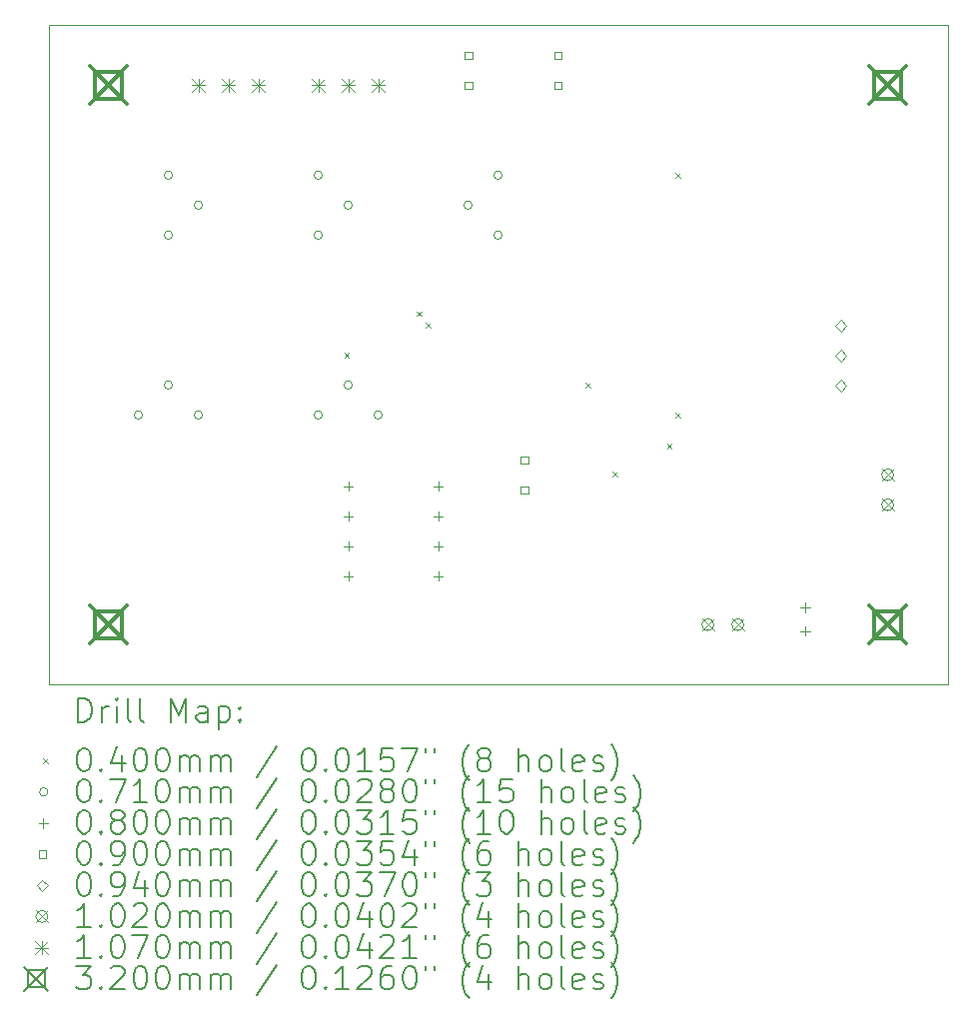
<source format=gbr>
%TF.GenerationSoftware,KiCad,Pcbnew,(6.0.8)*%
%TF.CreationDate,2023-01-11T15:29:54+01:00*%
%TF.ProjectId,BSPD,42535044-2e6b-4696-9361-645f70636258,rev?*%
%TF.SameCoordinates,Original*%
%TF.FileFunction,Drillmap*%
%TF.FilePolarity,Positive*%
%FSLAX45Y45*%
G04 Gerber Fmt 4.5, Leading zero omitted, Abs format (unit mm)*
G04 Created by KiCad (PCBNEW (6.0.8)) date 2023-01-11 15:29:54*
%MOMM*%
%LPD*%
G01*
G04 APERTURE LIST*
%ADD10C,0.100000*%
%ADD11C,0.200000*%
%ADD12C,0.040000*%
%ADD13C,0.071000*%
%ADD14C,0.080000*%
%ADD15C,0.090000*%
%ADD16C,0.094000*%
%ADD17C,0.102000*%
%ADD18C,0.107000*%
%ADD19C,0.320000*%
G04 APERTURE END LIST*
D10*
X9398000Y-6604000D02*
X17018000Y-6604000D01*
X17018000Y-6604000D02*
X17018000Y-12192000D01*
X17018000Y-12192000D02*
X9398000Y-12192000D01*
X9398000Y-12192000D02*
X9398000Y-6604000D01*
D11*
D12*
X11905122Y-9382830D02*
X11945122Y-9422830D01*
X11945122Y-9382830D02*
X11905122Y-9422830D01*
X12521000Y-9029000D02*
X12561000Y-9069000D01*
X12561000Y-9029000D02*
X12521000Y-9069000D01*
X12593374Y-9125333D02*
X12633374Y-9165333D01*
X12633374Y-9125333D02*
X12593374Y-9165333D01*
X13950000Y-9632000D02*
X13990000Y-9672000D01*
X13990000Y-9632000D02*
X13950000Y-9672000D01*
X14179118Y-10385291D02*
X14219118Y-10425291D01*
X14219118Y-10385291D02*
X14179118Y-10425291D01*
X14639550Y-10149213D02*
X14679550Y-10189213D01*
X14679550Y-10149213D02*
X14639550Y-10189213D01*
X14712000Y-7854000D02*
X14752000Y-7894000D01*
X14752000Y-7854000D02*
X14712000Y-7894000D01*
X14712000Y-9886000D02*
X14752000Y-9926000D01*
X14752000Y-9886000D02*
X14712000Y-9926000D01*
D13*
X10195500Y-9906000D02*
G75*
G03*
X10195500Y-9906000I-35500J0D01*
G01*
X10449500Y-7874000D02*
G75*
G03*
X10449500Y-7874000I-35500J0D01*
G01*
X10449500Y-8382000D02*
G75*
G03*
X10449500Y-8382000I-35500J0D01*
G01*
X10449500Y-9652000D02*
G75*
G03*
X10449500Y-9652000I-35500J0D01*
G01*
X10703500Y-8128000D02*
G75*
G03*
X10703500Y-8128000I-35500J0D01*
G01*
X10703500Y-9906000D02*
G75*
G03*
X10703500Y-9906000I-35500J0D01*
G01*
X11719500Y-7874000D02*
G75*
G03*
X11719500Y-7874000I-35500J0D01*
G01*
X11719500Y-8382000D02*
G75*
G03*
X11719500Y-8382000I-35500J0D01*
G01*
X11719500Y-9906000D02*
G75*
G03*
X11719500Y-9906000I-35500J0D01*
G01*
X11973500Y-8128000D02*
G75*
G03*
X11973500Y-8128000I-35500J0D01*
G01*
X11973500Y-9652000D02*
G75*
G03*
X11973500Y-9652000I-35500J0D01*
G01*
X12227500Y-9906000D02*
G75*
G03*
X12227500Y-9906000I-35500J0D01*
G01*
X12989500Y-8128000D02*
G75*
G03*
X12989500Y-8128000I-35500J0D01*
G01*
X13243500Y-7874000D02*
G75*
G03*
X13243500Y-7874000I-35500J0D01*
G01*
X13243500Y-8382000D02*
G75*
G03*
X13243500Y-8382000I-35500J0D01*
G01*
D14*
X11938894Y-10469818D02*
X11938894Y-10549818D01*
X11898894Y-10509818D02*
X11978894Y-10509818D01*
X11938894Y-10723818D02*
X11938894Y-10803818D01*
X11898894Y-10763818D02*
X11978894Y-10763818D01*
X11938894Y-10977818D02*
X11938894Y-11057818D01*
X11898894Y-11017818D02*
X11978894Y-11017818D01*
X11938894Y-11231818D02*
X11938894Y-11311818D01*
X11898894Y-11271818D02*
X11978894Y-11271818D01*
X12700894Y-10469818D02*
X12700894Y-10549818D01*
X12660894Y-10509818D02*
X12740894Y-10509818D01*
X12700894Y-10723818D02*
X12700894Y-10803818D01*
X12660894Y-10763818D02*
X12740894Y-10763818D01*
X12700894Y-10977818D02*
X12700894Y-11057818D01*
X12660894Y-11017818D02*
X12740894Y-11017818D01*
X12700894Y-11231818D02*
X12700894Y-11311818D01*
X12660894Y-11271818D02*
X12740894Y-11271818D01*
X15810337Y-11497015D02*
X15810337Y-11577015D01*
X15770337Y-11537015D02*
X15850337Y-11537015D01*
X15810337Y-11697015D02*
X15810337Y-11777015D01*
X15770337Y-11737015D02*
X15850337Y-11737015D01*
D15*
X12989754Y-6889820D02*
X12989754Y-6826180D01*
X12926114Y-6826180D01*
X12926114Y-6889820D01*
X12989754Y-6889820D01*
X12989754Y-7143820D02*
X12989754Y-7080180D01*
X12926114Y-7080180D01*
X12926114Y-7143820D01*
X12989754Y-7143820D01*
X13464838Y-10321438D02*
X13464838Y-10257798D01*
X13401198Y-10257798D01*
X13401198Y-10321438D01*
X13464838Y-10321438D01*
X13464838Y-10575438D02*
X13464838Y-10511798D01*
X13401198Y-10511798D01*
X13401198Y-10575438D01*
X13464838Y-10575438D01*
X13747820Y-6889820D02*
X13747820Y-6826180D01*
X13684180Y-6826180D01*
X13684180Y-6889820D01*
X13747820Y-6889820D01*
X13747820Y-7143820D02*
X13747820Y-7080180D01*
X13684180Y-7080180D01*
X13684180Y-7143820D01*
X13747820Y-7143820D01*
D16*
X16113600Y-9197150D02*
X16160600Y-9150150D01*
X16113600Y-9103150D01*
X16066600Y-9150150D01*
X16113600Y-9197150D01*
X16113600Y-9451150D02*
X16160600Y-9404150D01*
X16113600Y-9357150D01*
X16066600Y-9404150D01*
X16113600Y-9451150D01*
X16113600Y-9705150D02*
X16160600Y-9658150D01*
X16113600Y-9611150D01*
X16066600Y-9658150D01*
X16113600Y-9705150D01*
D17*
X14935000Y-11633000D02*
X15037000Y-11735000D01*
X15037000Y-11633000D02*
X14935000Y-11735000D01*
X15037000Y-11684000D02*
G75*
G03*
X15037000Y-11684000I-51000J0D01*
G01*
X15189000Y-11633000D02*
X15291000Y-11735000D01*
X15291000Y-11633000D02*
X15189000Y-11735000D01*
X15291000Y-11684000D02*
G75*
G03*
X15291000Y-11684000I-51000J0D01*
G01*
X16459000Y-10363000D02*
X16561000Y-10465000D01*
X16561000Y-10363000D02*
X16459000Y-10465000D01*
X16561000Y-10414000D02*
G75*
G03*
X16561000Y-10414000I-51000J0D01*
G01*
X16459000Y-10617000D02*
X16561000Y-10719000D01*
X16561000Y-10617000D02*
X16459000Y-10719000D01*
X16561000Y-10668000D02*
G75*
G03*
X16561000Y-10668000I-51000J0D01*
G01*
D18*
X10614500Y-7058500D02*
X10721500Y-7165500D01*
X10721500Y-7058500D02*
X10614500Y-7165500D01*
X10668000Y-7058500D02*
X10668000Y-7165500D01*
X10614500Y-7112000D02*
X10721500Y-7112000D01*
X10868500Y-7058500D02*
X10975500Y-7165500D01*
X10975500Y-7058500D02*
X10868500Y-7165500D01*
X10922000Y-7058500D02*
X10922000Y-7165500D01*
X10868500Y-7112000D02*
X10975500Y-7112000D01*
X11122500Y-7058500D02*
X11229500Y-7165500D01*
X11229500Y-7058500D02*
X11122500Y-7165500D01*
X11176000Y-7058500D02*
X11176000Y-7165500D01*
X11122500Y-7112000D02*
X11229500Y-7112000D01*
X11630500Y-7058500D02*
X11737500Y-7165500D01*
X11737500Y-7058500D02*
X11630500Y-7165500D01*
X11684000Y-7058500D02*
X11684000Y-7165500D01*
X11630500Y-7112000D02*
X11737500Y-7112000D01*
X11884500Y-7058500D02*
X11991500Y-7165500D01*
X11991500Y-7058500D02*
X11884500Y-7165500D01*
X11938000Y-7058500D02*
X11938000Y-7165500D01*
X11884500Y-7112000D02*
X11991500Y-7112000D01*
X12138500Y-7058500D02*
X12245500Y-7165500D01*
X12245500Y-7058500D02*
X12138500Y-7165500D01*
X12192000Y-7058500D02*
X12192000Y-7165500D01*
X12138500Y-7112000D02*
X12245500Y-7112000D01*
D19*
X9746000Y-6952000D02*
X10066000Y-7272000D01*
X10066000Y-6952000D02*
X9746000Y-7272000D01*
X10019138Y-7225138D02*
X10019138Y-6998862D01*
X9792862Y-6998862D01*
X9792862Y-7225138D01*
X10019138Y-7225138D01*
X9746000Y-11524000D02*
X10066000Y-11844000D01*
X10066000Y-11524000D02*
X9746000Y-11844000D01*
X10019138Y-11797138D02*
X10019138Y-11570862D01*
X9792862Y-11570862D01*
X9792862Y-11797138D01*
X10019138Y-11797138D01*
X16350000Y-6952000D02*
X16670000Y-7272000D01*
X16670000Y-6952000D02*
X16350000Y-7272000D01*
X16623138Y-7225138D02*
X16623138Y-6998862D01*
X16396862Y-6998862D01*
X16396862Y-7225138D01*
X16623138Y-7225138D01*
X16350000Y-11524000D02*
X16670000Y-11844000D01*
X16670000Y-11524000D02*
X16350000Y-11844000D01*
X16623138Y-11797138D02*
X16623138Y-11570862D01*
X16396862Y-11570862D01*
X16396862Y-11797138D01*
X16623138Y-11797138D01*
D11*
X9650619Y-12507476D02*
X9650619Y-12307476D01*
X9698238Y-12307476D01*
X9726810Y-12317000D01*
X9745857Y-12336048D01*
X9755381Y-12355095D01*
X9764905Y-12393190D01*
X9764905Y-12421762D01*
X9755381Y-12459857D01*
X9745857Y-12478905D01*
X9726810Y-12497952D01*
X9698238Y-12507476D01*
X9650619Y-12507476D01*
X9850619Y-12507476D02*
X9850619Y-12374143D01*
X9850619Y-12412238D02*
X9860143Y-12393190D01*
X9869667Y-12383667D01*
X9888714Y-12374143D01*
X9907762Y-12374143D01*
X9974429Y-12507476D02*
X9974429Y-12374143D01*
X9974429Y-12307476D02*
X9964905Y-12317000D01*
X9974429Y-12326524D01*
X9983952Y-12317000D01*
X9974429Y-12307476D01*
X9974429Y-12326524D01*
X10098238Y-12507476D02*
X10079190Y-12497952D01*
X10069667Y-12478905D01*
X10069667Y-12307476D01*
X10203000Y-12507476D02*
X10183952Y-12497952D01*
X10174429Y-12478905D01*
X10174429Y-12307476D01*
X10431571Y-12507476D02*
X10431571Y-12307476D01*
X10498238Y-12450333D01*
X10564905Y-12307476D01*
X10564905Y-12507476D01*
X10745857Y-12507476D02*
X10745857Y-12402714D01*
X10736333Y-12383667D01*
X10717286Y-12374143D01*
X10679190Y-12374143D01*
X10660143Y-12383667D01*
X10745857Y-12497952D02*
X10726810Y-12507476D01*
X10679190Y-12507476D01*
X10660143Y-12497952D01*
X10650619Y-12478905D01*
X10650619Y-12459857D01*
X10660143Y-12440809D01*
X10679190Y-12431286D01*
X10726810Y-12431286D01*
X10745857Y-12421762D01*
X10841095Y-12374143D02*
X10841095Y-12574143D01*
X10841095Y-12383667D02*
X10860143Y-12374143D01*
X10898238Y-12374143D01*
X10917286Y-12383667D01*
X10926810Y-12393190D01*
X10936333Y-12412238D01*
X10936333Y-12469381D01*
X10926810Y-12488428D01*
X10917286Y-12497952D01*
X10898238Y-12507476D01*
X10860143Y-12507476D01*
X10841095Y-12497952D01*
X11022048Y-12488428D02*
X11031571Y-12497952D01*
X11022048Y-12507476D01*
X11012524Y-12497952D01*
X11022048Y-12488428D01*
X11022048Y-12507476D01*
X11022048Y-12383667D02*
X11031571Y-12393190D01*
X11022048Y-12402714D01*
X11012524Y-12393190D01*
X11022048Y-12383667D01*
X11022048Y-12402714D01*
D12*
X9353000Y-12817000D02*
X9393000Y-12857000D01*
X9393000Y-12817000D02*
X9353000Y-12857000D01*
D11*
X9688714Y-12727476D02*
X9707762Y-12727476D01*
X9726810Y-12737000D01*
X9736333Y-12746524D01*
X9745857Y-12765571D01*
X9755381Y-12803667D01*
X9755381Y-12851286D01*
X9745857Y-12889381D01*
X9736333Y-12908428D01*
X9726810Y-12917952D01*
X9707762Y-12927476D01*
X9688714Y-12927476D01*
X9669667Y-12917952D01*
X9660143Y-12908428D01*
X9650619Y-12889381D01*
X9641095Y-12851286D01*
X9641095Y-12803667D01*
X9650619Y-12765571D01*
X9660143Y-12746524D01*
X9669667Y-12737000D01*
X9688714Y-12727476D01*
X9841095Y-12908428D02*
X9850619Y-12917952D01*
X9841095Y-12927476D01*
X9831571Y-12917952D01*
X9841095Y-12908428D01*
X9841095Y-12927476D01*
X10022048Y-12794143D02*
X10022048Y-12927476D01*
X9974429Y-12717952D02*
X9926810Y-12860809D01*
X10050619Y-12860809D01*
X10164905Y-12727476D02*
X10183952Y-12727476D01*
X10203000Y-12737000D01*
X10212524Y-12746524D01*
X10222048Y-12765571D01*
X10231571Y-12803667D01*
X10231571Y-12851286D01*
X10222048Y-12889381D01*
X10212524Y-12908428D01*
X10203000Y-12917952D01*
X10183952Y-12927476D01*
X10164905Y-12927476D01*
X10145857Y-12917952D01*
X10136333Y-12908428D01*
X10126810Y-12889381D01*
X10117286Y-12851286D01*
X10117286Y-12803667D01*
X10126810Y-12765571D01*
X10136333Y-12746524D01*
X10145857Y-12737000D01*
X10164905Y-12727476D01*
X10355381Y-12727476D02*
X10374429Y-12727476D01*
X10393476Y-12737000D01*
X10403000Y-12746524D01*
X10412524Y-12765571D01*
X10422048Y-12803667D01*
X10422048Y-12851286D01*
X10412524Y-12889381D01*
X10403000Y-12908428D01*
X10393476Y-12917952D01*
X10374429Y-12927476D01*
X10355381Y-12927476D01*
X10336333Y-12917952D01*
X10326810Y-12908428D01*
X10317286Y-12889381D01*
X10307762Y-12851286D01*
X10307762Y-12803667D01*
X10317286Y-12765571D01*
X10326810Y-12746524D01*
X10336333Y-12737000D01*
X10355381Y-12727476D01*
X10507762Y-12927476D02*
X10507762Y-12794143D01*
X10507762Y-12813190D02*
X10517286Y-12803667D01*
X10536333Y-12794143D01*
X10564905Y-12794143D01*
X10583952Y-12803667D01*
X10593476Y-12822714D01*
X10593476Y-12927476D01*
X10593476Y-12822714D02*
X10603000Y-12803667D01*
X10622048Y-12794143D01*
X10650619Y-12794143D01*
X10669667Y-12803667D01*
X10679190Y-12822714D01*
X10679190Y-12927476D01*
X10774429Y-12927476D02*
X10774429Y-12794143D01*
X10774429Y-12813190D02*
X10783952Y-12803667D01*
X10803000Y-12794143D01*
X10831571Y-12794143D01*
X10850619Y-12803667D01*
X10860143Y-12822714D01*
X10860143Y-12927476D01*
X10860143Y-12822714D02*
X10869667Y-12803667D01*
X10888714Y-12794143D01*
X10917286Y-12794143D01*
X10936333Y-12803667D01*
X10945857Y-12822714D01*
X10945857Y-12927476D01*
X11336333Y-12717952D02*
X11164905Y-12975095D01*
X11593476Y-12727476D02*
X11612524Y-12727476D01*
X11631571Y-12737000D01*
X11641095Y-12746524D01*
X11650619Y-12765571D01*
X11660143Y-12803667D01*
X11660143Y-12851286D01*
X11650619Y-12889381D01*
X11641095Y-12908428D01*
X11631571Y-12917952D01*
X11612524Y-12927476D01*
X11593476Y-12927476D01*
X11574428Y-12917952D01*
X11564905Y-12908428D01*
X11555381Y-12889381D01*
X11545857Y-12851286D01*
X11545857Y-12803667D01*
X11555381Y-12765571D01*
X11564905Y-12746524D01*
X11574428Y-12737000D01*
X11593476Y-12727476D01*
X11745857Y-12908428D02*
X11755381Y-12917952D01*
X11745857Y-12927476D01*
X11736333Y-12917952D01*
X11745857Y-12908428D01*
X11745857Y-12927476D01*
X11879190Y-12727476D02*
X11898238Y-12727476D01*
X11917286Y-12737000D01*
X11926809Y-12746524D01*
X11936333Y-12765571D01*
X11945857Y-12803667D01*
X11945857Y-12851286D01*
X11936333Y-12889381D01*
X11926809Y-12908428D01*
X11917286Y-12917952D01*
X11898238Y-12927476D01*
X11879190Y-12927476D01*
X11860143Y-12917952D01*
X11850619Y-12908428D01*
X11841095Y-12889381D01*
X11831571Y-12851286D01*
X11831571Y-12803667D01*
X11841095Y-12765571D01*
X11850619Y-12746524D01*
X11860143Y-12737000D01*
X11879190Y-12727476D01*
X12136333Y-12927476D02*
X12022048Y-12927476D01*
X12079190Y-12927476D02*
X12079190Y-12727476D01*
X12060143Y-12756048D01*
X12041095Y-12775095D01*
X12022048Y-12784619D01*
X12317286Y-12727476D02*
X12222048Y-12727476D01*
X12212524Y-12822714D01*
X12222048Y-12813190D01*
X12241095Y-12803667D01*
X12288714Y-12803667D01*
X12307762Y-12813190D01*
X12317286Y-12822714D01*
X12326809Y-12841762D01*
X12326809Y-12889381D01*
X12317286Y-12908428D01*
X12307762Y-12917952D01*
X12288714Y-12927476D01*
X12241095Y-12927476D01*
X12222048Y-12917952D01*
X12212524Y-12908428D01*
X12393476Y-12727476D02*
X12526809Y-12727476D01*
X12441095Y-12927476D01*
X12593476Y-12727476D02*
X12593476Y-12765571D01*
X12669667Y-12727476D02*
X12669667Y-12765571D01*
X12964905Y-13003667D02*
X12955381Y-12994143D01*
X12936333Y-12965571D01*
X12926809Y-12946524D01*
X12917286Y-12917952D01*
X12907762Y-12870333D01*
X12907762Y-12832238D01*
X12917286Y-12784619D01*
X12926809Y-12756048D01*
X12936333Y-12737000D01*
X12955381Y-12708428D01*
X12964905Y-12698905D01*
X13069667Y-12813190D02*
X13050619Y-12803667D01*
X13041095Y-12794143D01*
X13031571Y-12775095D01*
X13031571Y-12765571D01*
X13041095Y-12746524D01*
X13050619Y-12737000D01*
X13069667Y-12727476D01*
X13107762Y-12727476D01*
X13126809Y-12737000D01*
X13136333Y-12746524D01*
X13145857Y-12765571D01*
X13145857Y-12775095D01*
X13136333Y-12794143D01*
X13126809Y-12803667D01*
X13107762Y-12813190D01*
X13069667Y-12813190D01*
X13050619Y-12822714D01*
X13041095Y-12832238D01*
X13031571Y-12851286D01*
X13031571Y-12889381D01*
X13041095Y-12908428D01*
X13050619Y-12917952D01*
X13069667Y-12927476D01*
X13107762Y-12927476D01*
X13126809Y-12917952D01*
X13136333Y-12908428D01*
X13145857Y-12889381D01*
X13145857Y-12851286D01*
X13136333Y-12832238D01*
X13126809Y-12822714D01*
X13107762Y-12813190D01*
X13383952Y-12927476D02*
X13383952Y-12727476D01*
X13469667Y-12927476D02*
X13469667Y-12822714D01*
X13460143Y-12803667D01*
X13441095Y-12794143D01*
X13412524Y-12794143D01*
X13393476Y-12803667D01*
X13383952Y-12813190D01*
X13593476Y-12927476D02*
X13574428Y-12917952D01*
X13564905Y-12908428D01*
X13555381Y-12889381D01*
X13555381Y-12832238D01*
X13564905Y-12813190D01*
X13574428Y-12803667D01*
X13593476Y-12794143D01*
X13622048Y-12794143D01*
X13641095Y-12803667D01*
X13650619Y-12813190D01*
X13660143Y-12832238D01*
X13660143Y-12889381D01*
X13650619Y-12908428D01*
X13641095Y-12917952D01*
X13622048Y-12927476D01*
X13593476Y-12927476D01*
X13774428Y-12927476D02*
X13755381Y-12917952D01*
X13745857Y-12898905D01*
X13745857Y-12727476D01*
X13926809Y-12917952D02*
X13907762Y-12927476D01*
X13869667Y-12927476D01*
X13850619Y-12917952D01*
X13841095Y-12898905D01*
X13841095Y-12822714D01*
X13850619Y-12803667D01*
X13869667Y-12794143D01*
X13907762Y-12794143D01*
X13926809Y-12803667D01*
X13936333Y-12822714D01*
X13936333Y-12841762D01*
X13841095Y-12860809D01*
X14012524Y-12917952D02*
X14031571Y-12927476D01*
X14069667Y-12927476D01*
X14088714Y-12917952D01*
X14098238Y-12898905D01*
X14098238Y-12889381D01*
X14088714Y-12870333D01*
X14069667Y-12860809D01*
X14041095Y-12860809D01*
X14022048Y-12851286D01*
X14012524Y-12832238D01*
X14012524Y-12822714D01*
X14022048Y-12803667D01*
X14041095Y-12794143D01*
X14069667Y-12794143D01*
X14088714Y-12803667D01*
X14164905Y-13003667D02*
X14174428Y-12994143D01*
X14193476Y-12965571D01*
X14203000Y-12946524D01*
X14212524Y-12917952D01*
X14222048Y-12870333D01*
X14222048Y-12832238D01*
X14212524Y-12784619D01*
X14203000Y-12756048D01*
X14193476Y-12737000D01*
X14174428Y-12708428D01*
X14164905Y-12698905D01*
D13*
X9393000Y-13101000D02*
G75*
G03*
X9393000Y-13101000I-35500J0D01*
G01*
D11*
X9688714Y-12991476D02*
X9707762Y-12991476D01*
X9726810Y-13001000D01*
X9736333Y-13010524D01*
X9745857Y-13029571D01*
X9755381Y-13067667D01*
X9755381Y-13115286D01*
X9745857Y-13153381D01*
X9736333Y-13172428D01*
X9726810Y-13181952D01*
X9707762Y-13191476D01*
X9688714Y-13191476D01*
X9669667Y-13181952D01*
X9660143Y-13172428D01*
X9650619Y-13153381D01*
X9641095Y-13115286D01*
X9641095Y-13067667D01*
X9650619Y-13029571D01*
X9660143Y-13010524D01*
X9669667Y-13001000D01*
X9688714Y-12991476D01*
X9841095Y-13172428D02*
X9850619Y-13181952D01*
X9841095Y-13191476D01*
X9831571Y-13181952D01*
X9841095Y-13172428D01*
X9841095Y-13191476D01*
X9917286Y-12991476D02*
X10050619Y-12991476D01*
X9964905Y-13191476D01*
X10231571Y-13191476D02*
X10117286Y-13191476D01*
X10174429Y-13191476D02*
X10174429Y-12991476D01*
X10155381Y-13020048D01*
X10136333Y-13039095D01*
X10117286Y-13048619D01*
X10355381Y-12991476D02*
X10374429Y-12991476D01*
X10393476Y-13001000D01*
X10403000Y-13010524D01*
X10412524Y-13029571D01*
X10422048Y-13067667D01*
X10422048Y-13115286D01*
X10412524Y-13153381D01*
X10403000Y-13172428D01*
X10393476Y-13181952D01*
X10374429Y-13191476D01*
X10355381Y-13191476D01*
X10336333Y-13181952D01*
X10326810Y-13172428D01*
X10317286Y-13153381D01*
X10307762Y-13115286D01*
X10307762Y-13067667D01*
X10317286Y-13029571D01*
X10326810Y-13010524D01*
X10336333Y-13001000D01*
X10355381Y-12991476D01*
X10507762Y-13191476D02*
X10507762Y-13058143D01*
X10507762Y-13077190D02*
X10517286Y-13067667D01*
X10536333Y-13058143D01*
X10564905Y-13058143D01*
X10583952Y-13067667D01*
X10593476Y-13086714D01*
X10593476Y-13191476D01*
X10593476Y-13086714D02*
X10603000Y-13067667D01*
X10622048Y-13058143D01*
X10650619Y-13058143D01*
X10669667Y-13067667D01*
X10679190Y-13086714D01*
X10679190Y-13191476D01*
X10774429Y-13191476D02*
X10774429Y-13058143D01*
X10774429Y-13077190D02*
X10783952Y-13067667D01*
X10803000Y-13058143D01*
X10831571Y-13058143D01*
X10850619Y-13067667D01*
X10860143Y-13086714D01*
X10860143Y-13191476D01*
X10860143Y-13086714D02*
X10869667Y-13067667D01*
X10888714Y-13058143D01*
X10917286Y-13058143D01*
X10936333Y-13067667D01*
X10945857Y-13086714D01*
X10945857Y-13191476D01*
X11336333Y-12981952D02*
X11164905Y-13239095D01*
X11593476Y-12991476D02*
X11612524Y-12991476D01*
X11631571Y-13001000D01*
X11641095Y-13010524D01*
X11650619Y-13029571D01*
X11660143Y-13067667D01*
X11660143Y-13115286D01*
X11650619Y-13153381D01*
X11641095Y-13172428D01*
X11631571Y-13181952D01*
X11612524Y-13191476D01*
X11593476Y-13191476D01*
X11574428Y-13181952D01*
X11564905Y-13172428D01*
X11555381Y-13153381D01*
X11545857Y-13115286D01*
X11545857Y-13067667D01*
X11555381Y-13029571D01*
X11564905Y-13010524D01*
X11574428Y-13001000D01*
X11593476Y-12991476D01*
X11745857Y-13172428D02*
X11755381Y-13181952D01*
X11745857Y-13191476D01*
X11736333Y-13181952D01*
X11745857Y-13172428D01*
X11745857Y-13191476D01*
X11879190Y-12991476D02*
X11898238Y-12991476D01*
X11917286Y-13001000D01*
X11926809Y-13010524D01*
X11936333Y-13029571D01*
X11945857Y-13067667D01*
X11945857Y-13115286D01*
X11936333Y-13153381D01*
X11926809Y-13172428D01*
X11917286Y-13181952D01*
X11898238Y-13191476D01*
X11879190Y-13191476D01*
X11860143Y-13181952D01*
X11850619Y-13172428D01*
X11841095Y-13153381D01*
X11831571Y-13115286D01*
X11831571Y-13067667D01*
X11841095Y-13029571D01*
X11850619Y-13010524D01*
X11860143Y-13001000D01*
X11879190Y-12991476D01*
X12022048Y-13010524D02*
X12031571Y-13001000D01*
X12050619Y-12991476D01*
X12098238Y-12991476D01*
X12117286Y-13001000D01*
X12126809Y-13010524D01*
X12136333Y-13029571D01*
X12136333Y-13048619D01*
X12126809Y-13077190D01*
X12012524Y-13191476D01*
X12136333Y-13191476D01*
X12250619Y-13077190D02*
X12231571Y-13067667D01*
X12222048Y-13058143D01*
X12212524Y-13039095D01*
X12212524Y-13029571D01*
X12222048Y-13010524D01*
X12231571Y-13001000D01*
X12250619Y-12991476D01*
X12288714Y-12991476D01*
X12307762Y-13001000D01*
X12317286Y-13010524D01*
X12326809Y-13029571D01*
X12326809Y-13039095D01*
X12317286Y-13058143D01*
X12307762Y-13067667D01*
X12288714Y-13077190D01*
X12250619Y-13077190D01*
X12231571Y-13086714D01*
X12222048Y-13096238D01*
X12212524Y-13115286D01*
X12212524Y-13153381D01*
X12222048Y-13172428D01*
X12231571Y-13181952D01*
X12250619Y-13191476D01*
X12288714Y-13191476D01*
X12307762Y-13181952D01*
X12317286Y-13172428D01*
X12326809Y-13153381D01*
X12326809Y-13115286D01*
X12317286Y-13096238D01*
X12307762Y-13086714D01*
X12288714Y-13077190D01*
X12450619Y-12991476D02*
X12469667Y-12991476D01*
X12488714Y-13001000D01*
X12498238Y-13010524D01*
X12507762Y-13029571D01*
X12517286Y-13067667D01*
X12517286Y-13115286D01*
X12507762Y-13153381D01*
X12498238Y-13172428D01*
X12488714Y-13181952D01*
X12469667Y-13191476D01*
X12450619Y-13191476D01*
X12431571Y-13181952D01*
X12422048Y-13172428D01*
X12412524Y-13153381D01*
X12403000Y-13115286D01*
X12403000Y-13067667D01*
X12412524Y-13029571D01*
X12422048Y-13010524D01*
X12431571Y-13001000D01*
X12450619Y-12991476D01*
X12593476Y-12991476D02*
X12593476Y-13029571D01*
X12669667Y-12991476D02*
X12669667Y-13029571D01*
X12964905Y-13267667D02*
X12955381Y-13258143D01*
X12936333Y-13229571D01*
X12926809Y-13210524D01*
X12917286Y-13181952D01*
X12907762Y-13134333D01*
X12907762Y-13096238D01*
X12917286Y-13048619D01*
X12926809Y-13020048D01*
X12936333Y-13001000D01*
X12955381Y-12972428D01*
X12964905Y-12962905D01*
X13145857Y-13191476D02*
X13031571Y-13191476D01*
X13088714Y-13191476D02*
X13088714Y-12991476D01*
X13069667Y-13020048D01*
X13050619Y-13039095D01*
X13031571Y-13048619D01*
X13326809Y-12991476D02*
X13231571Y-12991476D01*
X13222048Y-13086714D01*
X13231571Y-13077190D01*
X13250619Y-13067667D01*
X13298238Y-13067667D01*
X13317286Y-13077190D01*
X13326809Y-13086714D01*
X13336333Y-13105762D01*
X13336333Y-13153381D01*
X13326809Y-13172428D01*
X13317286Y-13181952D01*
X13298238Y-13191476D01*
X13250619Y-13191476D01*
X13231571Y-13181952D01*
X13222048Y-13172428D01*
X13574428Y-13191476D02*
X13574428Y-12991476D01*
X13660143Y-13191476D02*
X13660143Y-13086714D01*
X13650619Y-13067667D01*
X13631571Y-13058143D01*
X13603000Y-13058143D01*
X13583952Y-13067667D01*
X13574428Y-13077190D01*
X13783952Y-13191476D02*
X13764905Y-13181952D01*
X13755381Y-13172428D01*
X13745857Y-13153381D01*
X13745857Y-13096238D01*
X13755381Y-13077190D01*
X13764905Y-13067667D01*
X13783952Y-13058143D01*
X13812524Y-13058143D01*
X13831571Y-13067667D01*
X13841095Y-13077190D01*
X13850619Y-13096238D01*
X13850619Y-13153381D01*
X13841095Y-13172428D01*
X13831571Y-13181952D01*
X13812524Y-13191476D01*
X13783952Y-13191476D01*
X13964905Y-13191476D02*
X13945857Y-13181952D01*
X13936333Y-13162905D01*
X13936333Y-12991476D01*
X14117286Y-13181952D02*
X14098238Y-13191476D01*
X14060143Y-13191476D01*
X14041095Y-13181952D01*
X14031571Y-13162905D01*
X14031571Y-13086714D01*
X14041095Y-13067667D01*
X14060143Y-13058143D01*
X14098238Y-13058143D01*
X14117286Y-13067667D01*
X14126809Y-13086714D01*
X14126809Y-13105762D01*
X14031571Y-13124809D01*
X14203000Y-13181952D02*
X14222048Y-13191476D01*
X14260143Y-13191476D01*
X14279190Y-13181952D01*
X14288714Y-13162905D01*
X14288714Y-13153381D01*
X14279190Y-13134333D01*
X14260143Y-13124809D01*
X14231571Y-13124809D01*
X14212524Y-13115286D01*
X14203000Y-13096238D01*
X14203000Y-13086714D01*
X14212524Y-13067667D01*
X14231571Y-13058143D01*
X14260143Y-13058143D01*
X14279190Y-13067667D01*
X14355381Y-13267667D02*
X14364905Y-13258143D01*
X14383952Y-13229571D01*
X14393476Y-13210524D01*
X14403000Y-13181952D01*
X14412524Y-13134333D01*
X14412524Y-13096238D01*
X14403000Y-13048619D01*
X14393476Y-13020048D01*
X14383952Y-13001000D01*
X14364905Y-12972428D01*
X14355381Y-12962905D01*
D14*
X9353000Y-13325000D02*
X9353000Y-13405000D01*
X9313000Y-13365000D02*
X9393000Y-13365000D01*
D11*
X9688714Y-13255476D02*
X9707762Y-13255476D01*
X9726810Y-13265000D01*
X9736333Y-13274524D01*
X9745857Y-13293571D01*
X9755381Y-13331667D01*
X9755381Y-13379286D01*
X9745857Y-13417381D01*
X9736333Y-13436428D01*
X9726810Y-13445952D01*
X9707762Y-13455476D01*
X9688714Y-13455476D01*
X9669667Y-13445952D01*
X9660143Y-13436428D01*
X9650619Y-13417381D01*
X9641095Y-13379286D01*
X9641095Y-13331667D01*
X9650619Y-13293571D01*
X9660143Y-13274524D01*
X9669667Y-13265000D01*
X9688714Y-13255476D01*
X9841095Y-13436428D02*
X9850619Y-13445952D01*
X9841095Y-13455476D01*
X9831571Y-13445952D01*
X9841095Y-13436428D01*
X9841095Y-13455476D01*
X9964905Y-13341190D02*
X9945857Y-13331667D01*
X9936333Y-13322143D01*
X9926810Y-13303095D01*
X9926810Y-13293571D01*
X9936333Y-13274524D01*
X9945857Y-13265000D01*
X9964905Y-13255476D01*
X10003000Y-13255476D01*
X10022048Y-13265000D01*
X10031571Y-13274524D01*
X10041095Y-13293571D01*
X10041095Y-13303095D01*
X10031571Y-13322143D01*
X10022048Y-13331667D01*
X10003000Y-13341190D01*
X9964905Y-13341190D01*
X9945857Y-13350714D01*
X9936333Y-13360238D01*
X9926810Y-13379286D01*
X9926810Y-13417381D01*
X9936333Y-13436428D01*
X9945857Y-13445952D01*
X9964905Y-13455476D01*
X10003000Y-13455476D01*
X10022048Y-13445952D01*
X10031571Y-13436428D01*
X10041095Y-13417381D01*
X10041095Y-13379286D01*
X10031571Y-13360238D01*
X10022048Y-13350714D01*
X10003000Y-13341190D01*
X10164905Y-13255476D02*
X10183952Y-13255476D01*
X10203000Y-13265000D01*
X10212524Y-13274524D01*
X10222048Y-13293571D01*
X10231571Y-13331667D01*
X10231571Y-13379286D01*
X10222048Y-13417381D01*
X10212524Y-13436428D01*
X10203000Y-13445952D01*
X10183952Y-13455476D01*
X10164905Y-13455476D01*
X10145857Y-13445952D01*
X10136333Y-13436428D01*
X10126810Y-13417381D01*
X10117286Y-13379286D01*
X10117286Y-13331667D01*
X10126810Y-13293571D01*
X10136333Y-13274524D01*
X10145857Y-13265000D01*
X10164905Y-13255476D01*
X10355381Y-13255476D02*
X10374429Y-13255476D01*
X10393476Y-13265000D01*
X10403000Y-13274524D01*
X10412524Y-13293571D01*
X10422048Y-13331667D01*
X10422048Y-13379286D01*
X10412524Y-13417381D01*
X10403000Y-13436428D01*
X10393476Y-13445952D01*
X10374429Y-13455476D01*
X10355381Y-13455476D01*
X10336333Y-13445952D01*
X10326810Y-13436428D01*
X10317286Y-13417381D01*
X10307762Y-13379286D01*
X10307762Y-13331667D01*
X10317286Y-13293571D01*
X10326810Y-13274524D01*
X10336333Y-13265000D01*
X10355381Y-13255476D01*
X10507762Y-13455476D02*
X10507762Y-13322143D01*
X10507762Y-13341190D02*
X10517286Y-13331667D01*
X10536333Y-13322143D01*
X10564905Y-13322143D01*
X10583952Y-13331667D01*
X10593476Y-13350714D01*
X10593476Y-13455476D01*
X10593476Y-13350714D02*
X10603000Y-13331667D01*
X10622048Y-13322143D01*
X10650619Y-13322143D01*
X10669667Y-13331667D01*
X10679190Y-13350714D01*
X10679190Y-13455476D01*
X10774429Y-13455476D02*
X10774429Y-13322143D01*
X10774429Y-13341190D02*
X10783952Y-13331667D01*
X10803000Y-13322143D01*
X10831571Y-13322143D01*
X10850619Y-13331667D01*
X10860143Y-13350714D01*
X10860143Y-13455476D01*
X10860143Y-13350714D02*
X10869667Y-13331667D01*
X10888714Y-13322143D01*
X10917286Y-13322143D01*
X10936333Y-13331667D01*
X10945857Y-13350714D01*
X10945857Y-13455476D01*
X11336333Y-13245952D02*
X11164905Y-13503095D01*
X11593476Y-13255476D02*
X11612524Y-13255476D01*
X11631571Y-13265000D01*
X11641095Y-13274524D01*
X11650619Y-13293571D01*
X11660143Y-13331667D01*
X11660143Y-13379286D01*
X11650619Y-13417381D01*
X11641095Y-13436428D01*
X11631571Y-13445952D01*
X11612524Y-13455476D01*
X11593476Y-13455476D01*
X11574428Y-13445952D01*
X11564905Y-13436428D01*
X11555381Y-13417381D01*
X11545857Y-13379286D01*
X11545857Y-13331667D01*
X11555381Y-13293571D01*
X11564905Y-13274524D01*
X11574428Y-13265000D01*
X11593476Y-13255476D01*
X11745857Y-13436428D02*
X11755381Y-13445952D01*
X11745857Y-13455476D01*
X11736333Y-13445952D01*
X11745857Y-13436428D01*
X11745857Y-13455476D01*
X11879190Y-13255476D02*
X11898238Y-13255476D01*
X11917286Y-13265000D01*
X11926809Y-13274524D01*
X11936333Y-13293571D01*
X11945857Y-13331667D01*
X11945857Y-13379286D01*
X11936333Y-13417381D01*
X11926809Y-13436428D01*
X11917286Y-13445952D01*
X11898238Y-13455476D01*
X11879190Y-13455476D01*
X11860143Y-13445952D01*
X11850619Y-13436428D01*
X11841095Y-13417381D01*
X11831571Y-13379286D01*
X11831571Y-13331667D01*
X11841095Y-13293571D01*
X11850619Y-13274524D01*
X11860143Y-13265000D01*
X11879190Y-13255476D01*
X12012524Y-13255476D02*
X12136333Y-13255476D01*
X12069667Y-13331667D01*
X12098238Y-13331667D01*
X12117286Y-13341190D01*
X12126809Y-13350714D01*
X12136333Y-13369762D01*
X12136333Y-13417381D01*
X12126809Y-13436428D01*
X12117286Y-13445952D01*
X12098238Y-13455476D01*
X12041095Y-13455476D01*
X12022048Y-13445952D01*
X12012524Y-13436428D01*
X12326809Y-13455476D02*
X12212524Y-13455476D01*
X12269667Y-13455476D02*
X12269667Y-13255476D01*
X12250619Y-13284048D01*
X12231571Y-13303095D01*
X12212524Y-13312619D01*
X12507762Y-13255476D02*
X12412524Y-13255476D01*
X12403000Y-13350714D01*
X12412524Y-13341190D01*
X12431571Y-13331667D01*
X12479190Y-13331667D01*
X12498238Y-13341190D01*
X12507762Y-13350714D01*
X12517286Y-13369762D01*
X12517286Y-13417381D01*
X12507762Y-13436428D01*
X12498238Y-13445952D01*
X12479190Y-13455476D01*
X12431571Y-13455476D01*
X12412524Y-13445952D01*
X12403000Y-13436428D01*
X12593476Y-13255476D02*
X12593476Y-13293571D01*
X12669667Y-13255476D02*
X12669667Y-13293571D01*
X12964905Y-13531667D02*
X12955381Y-13522143D01*
X12936333Y-13493571D01*
X12926809Y-13474524D01*
X12917286Y-13445952D01*
X12907762Y-13398333D01*
X12907762Y-13360238D01*
X12917286Y-13312619D01*
X12926809Y-13284048D01*
X12936333Y-13265000D01*
X12955381Y-13236428D01*
X12964905Y-13226905D01*
X13145857Y-13455476D02*
X13031571Y-13455476D01*
X13088714Y-13455476D02*
X13088714Y-13255476D01*
X13069667Y-13284048D01*
X13050619Y-13303095D01*
X13031571Y-13312619D01*
X13269667Y-13255476D02*
X13288714Y-13255476D01*
X13307762Y-13265000D01*
X13317286Y-13274524D01*
X13326809Y-13293571D01*
X13336333Y-13331667D01*
X13336333Y-13379286D01*
X13326809Y-13417381D01*
X13317286Y-13436428D01*
X13307762Y-13445952D01*
X13288714Y-13455476D01*
X13269667Y-13455476D01*
X13250619Y-13445952D01*
X13241095Y-13436428D01*
X13231571Y-13417381D01*
X13222048Y-13379286D01*
X13222048Y-13331667D01*
X13231571Y-13293571D01*
X13241095Y-13274524D01*
X13250619Y-13265000D01*
X13269667Y-13255476D01*
X13574428Y-13455476D02*
X13574428Y-13255476D01*
X13660143Y-13455476D02*
X13660143Y-13350714D01*
X13650619Y-13331667D01*
X13631571Y-13322143D01*
X13603000Y-13322143D01*
X13583952Y-13331667D01*
X13574428Y-13341190D01*
X13783952Y-13455476D02*
X13764905Y-13445952D01*
X13755381Y-13436428D01*
X13745857Y-13417381D01*
X13745857Y-13360238D01*
X13755381Y-13341190D01*
X13764905Y-13331667D01*
X13783952Y-13322143D01*
X13812524Y-13322143D01*
X13831571Y-13331667D01*
X13841095Y-13341190D01*
X13850619Y-13360238D01*
X13850619Y-13417381D01*
X13841095Y-13436428D01*
X13831571Y-13445952D01*
X13812524Y-13455476D01*
X13783952Y-13455476D01*
X13964905Y-13455476D02*
X13945857Y-13445952D01*
X13936333Y-13426905D01*
X13936333Y-13255476D01*
X14117286Y-13445952D02*
X14098238Y-13455476D01*
X14060143Y-13455476D01*
X14041095Y-13445952D01*
X14031571Y-13426905D01*
X14031571Y-13350714D01*
X14041095Y-13331667D01*
X14060143Y-13322143D01*
X14098238Y-13322143D01*
X14117286Y-13331667D01*
X14126809Y-13350714D01*
X14126809Y-13369762D01*
X14031571Y-13388809D01*
X14203000Y-13445952D02*
X14222048Y-13455476D01*
X14260143Y-13455476D01*
X14279190Y-13445952D01*
X14288714Y-13426905D01*
X14288714Y-13417381D01*
X14279190Y-13398333D01*
X14260143Y-13388809D01*
X14231571Y-13388809D01*
X14212524Y-13379286D01*
X14203000Y-13360238D01*
X14203000Y-13350714D01*
X14212524Y-13331667D01*
X14231571Y-13322143D01*
X14260143Y-13322143D01*
X14279190Y-13331667D01*
X14355381Y-13531667D02*
X14364905Y-13522143D01*
X14383952Y-13493571D01*
X14393476Y-13474524D01*
X14403000Y-13445952D01*
X14412524Y-13398333D01*
X14412524Y-13360238D01*
X14403000Y-13312619D01*
X14393476Y-13284048D01*
X14383952Y-13265000D01*
X14364905Y-13236428D01*
X14355381Y-13226905D01*
D15*
X9379820Y-13660820D02*
X9379820Y-13597180D01*
X9316180Y-13597180D01*
X9316180Y-13660820D01*
X9379820Y-13660820D01*
D11*
X9688714Y-13519476D02*
X9707762Y-13519476D01*
X9726810Y-13529000D01*
X9736333Y-13538524D01*
X9745857Y-13557571D01*
X9755381Y-13595667D01*
X9755381Y-13643286D01*
X9745857Y-13681381D01*
X9736333Y-13700428D01*
X9726810Y-13709952D01*
X9707762Y-13719476D01*
X9688714Y-13719476D01*
X9669667Y-13709952D01*
X9660143Y-13700428D01*
X9650619Y-13681381D01*
X9641095Y-13643286D01*
X9641095Y-13595667D01*
X9650619Y-13557571D01*
X9660143Y-13538524D01*
X9669667Y-13529000D01*
X9688714Y-13519476D01*
X9841095Y-13700428D02*
X9850619Y-13709952D01*
X9841095Y-13719476D01*
X9831571Y-13709952D01*
X9841095Y-13700428D01*
X9841095Y-13719476D01*
X9945857Y-13719476D02*
X9983952Y-13719476D01*
X10003000Y-13709952D01*
X10012524Y-13700428D01*
X10031571Y-13671857D01*
X10041095Y-13633762D01*
X10041095Y-13557571D01*
X10031571Y-13538524D01*
X10022048Y-13529000D01*
X10003000Y-13519476D01*
X9964905Y-13519476D01*
X9945857Y-13529000D01*
X9936333Y-13538524D01*
X9926810Y-13557571D01*
X9926810Y-13605190D01*
X9936333Y-13624238D01*
X9945857Y-13633762D01*
X9964905Y-13643286D01*
X10003000Y-13643286D01*
X10022048Y-13633762D01*
X10031571Y-13624238D01*
X10041095Y-13605190D01*
X10164905Y-13519476D02*
X10183952Y-13519476D01*
X10203000Y-13529000D01*
X10212524Y-13538524D01*
X10222048Y-13557571D01*
X10231571Y-13595667D01*
X10231571Y-13643286D01*
X10222048Y-13681381D01*
X10212524Y-13700428D01*
X10203000Y-13709952D01*
X10183952Y-13719476D01*
X10164905Y-13719476D01*
X10145857Y-13709952D01*
X10136333Y-13700428D01*
X10126810Y-13681381D01*
X10117286Y-13643286D01*
X10117286Y-13595667D01*
X10126810Y-13557571D01*
X10136333Y-13538524D01*
X10145857Y-13529000D01*
X10164905Y-13519476D01*
X10355381Y-13519476D02*
X10374429Y-13519476D01*
X10393476Y-13529000D01*
X10403000Y-13538524D01*
X10412524Y-13557571D01*
X10422048Y-13595667D01*
X10422048Y-13643286D01*
X10412524Y-13681381D01*
X10403000Y-13700428D01*
X10393476Y-13709952D01*
X10374429Y-13719476D01*
X10355381Y-13719476D01*
X10336333Y-13709952D01*
X10326810Y-13700428D01*
X10317286Y-13681381D01*
X10307762Y-13643286D01*
X10307762Y-13595667D01*
X10317286Y-13557571D01*
X10326810Y-13538524D01*
X10336333Y-13529000D01*
X10355381Y-13519476D01*
X10507762Y-13719476D02*
X10507762Y-13586143D01*
X10507762Y-13605190D02*
X10517286Y-13595667D01*
X10536333Y-13586143D01*
X10564905Y-13586143D01*
X10583952Y-13595667D01*
X10593476Y-13614714D01*
X10593476Y-13719476D01*
X10593476Y-13614714D02*
X10603000Y-13595667D01*
X10622048Y-13586143D01*
X10650619Y-13586143D01*
X10669667Y-13595667D01*
X10679190Y-13614714D01*
X10679190Y-13719476D01*
X10774429Y-13719476D02*
X10774429Y-13586143D01*
X10774429Y-13605190D02*
X10783952Y-13595667D01*
X10803000Y-13586143D01*
X10831571Y-13586143D01*
X10850619Y-13595667D01*
X10860143Y-13614714D01*
X10860143Y-13719476D01*
X10860143Y-13614714D02*
X10869667Y-13595667D01*
X10888714Y-13586143D01*
X10917286Y-13586143D01*
X10936333Y-13595667D01*
X10945857Y-13614714D01*
X10945857Y-13719476D01*
X11336333Y-13509952D02*
X11164905Y-13767095D01*
X11593476Y-13519476D02*
X11612524Y-13519476D01*
X11631571Y-13529000D01*
X11641095Y-13538524D01*
X11650619Y-13557571D01*
X11660143Y-13595667D01*
X11660143Y-13643286D01*
X11650619Y-13681381D01*
X11641095Y-13700428D01*
X11631571Y-13709952D01*
X11612524Y-13719476D01*
X11593476Y-13719476D01*
X11574428Y-13709952D01*
X11564905Y-13700428D01*
X11555381Y-13681381D01*
X11545857Y-13643286D01*
X11545857Y-13595667D01*
X11555381Y-13557571D01*
X11564905Y-13538524D01*
X11574428Y-13529000D01*
X11593476Y-13519476D01*
X11745857Y-13700428D02*
X11755381Y-13709952D01*
X11745857Y-13719476D01*
X11736333Y-13709952D01*
X11745857Y-13700428D01*
X11745857Y-13719476D01*
X11879190Y-13519476D02*
X11898238Y-13519476D01*
X11917286Y-13529000D01*
X11926809Y-13538524D01*
X11936333Y-13557571D01*
X11945857Y-13595667D01*
X11945857Y-13643286D01*
X11936333Y-13681381D01*
X11926809Y-13700428D01*
X11917286Y-13709952D01*
X11898238Y-13719476D01*
X11879190Y-13719476D01*
X11860143Y-13709952D01*
X11850619Y-13700428D01*
X11841095Y-13681381D01*
X11831571Y-13643286D01*
X11831571Y-13595667D01*
X11841095Y-13557571D01*
X11850619Y-13538524D01*
X11860143Y-13529000D01*
X11879190Y-13519476D01*
X12012524Y-13519476D02*
X12136333Y-13519476D01*
X12069667Y-13595667D01*
X12098238Y-13595667D01*
X12117286Y-13605190D01*
X12126809Y-13614714D01*
X12136333Y-13633762D01*
X12136333Y-13681381D01*
X12126809Y-13700428D01*
X12117286Y-13709952D01*
X12098238Y-13719476D01*
X12041095Y-13719476D01*
X12022048Y-13709952D01*
X12012524Y-13700428D01*
X12317286Y-13519476D02*
X12222048Y-13519476D01*
X12212524Y-13614714D01*
X12222048Y-13605190D01*
X12241095Y-13595667D01*
X12288714Y-13595667D01*
X12307762Y-13605190D01*
X12317286Y-13614714D01*
X12326809Y-13633762D01*
X12326809Y-13681381D01*
X12317286Y-13700428D01*
X12307762Y-13709952D01*
X12288714Y-13719476D01*
X12241095Y-13719476D01*
X12222048Y-13709952D01*
X12212524Y-13700428D01*
X12498238Y-13586143D02*
X12498238Y-13719476D01*
X12450619Y-13509952D02*
X12403000Y-13652809D01*
X12526809Y-13652809D01*
X12593476Y-13519476D02*
X12593476Y-13557571D01*
X12669667Y-13519476D02*
X12669667Y-13557571D01*
X12964905Y-13795667D02*
X12955381Y-13786143D01*
X12936333Y-13757571D01*
X12926809Y-13738524D01*
X12917286Y-13709952D01*
X12907762Y-13662333D01*
X12907762Y-13624238D01*
X12917286Y-13576619D01*
X12926809Y-13548048D01*
X12936333Y-13529000D01*
X12955381Y-13500428D01*
X12964905Y-13490905D01*
X13126809Y-13519476D02*
X13088714Y-13519476D01*
X13069667Y-13529000D01*
X13060143Y-13538524D01*
X13041095Y-13567095D01*
X13031571Y-13605190D01*
X13031571Y-13681381D01*
X13041095Y-13700428D01*
X13050619Y-13709952D01*
X13069667Y-13719476D01*
X13107762Y-13719476D01*
X13126809Y-13709952D01*
X13136333Y-13700428D01*
X13145857Y-13681381D01*
X13145857Y-13633762D01*
X13136333Y-13614714D01*
X13126809Y-13605190D01*
X13107762Y-13595667D01*
X13069667Y-13595667D01*
X13050619Y-13605190D01*
X13041095Y-13614714D01*
X13031571Y-13633762D01*
X13383952Y-13719476D02*
X13383952Y-13519476D01*
X13469667Y-13719476D02*
X13469667Y-13614714D01*
X13460143Y-13595667D01*
X13441095Y-13586143D01*
X13412524Y-13586143D01*
X13393476Y-13595667D01*
X13383952Y-13605190D01*
X13593476Y-13719476D02*
X13574428Y-13709952D01*
X13564905Y-13700428D01*
X13555381Y-13681381D01*
X13555381Y-13624238D01*
X13564905Y-13605190D01*
X13574428Y-13595667D01*
X13593476Y-13586143D01*
X13622048Y-13586143D01*
X13641095Y-13595667D01*
X13650619Y-13605190D01*
X13660143Y-13624238D01*
X13660143Y-13681381D01*
X13650619Y-13700428D01*
X13641095Y-13709952D01*
X13622048Y-13719476D01*
X13593476Y-13719476D01*
X13774428Y-13719476D02*
X13755381Y-13709952D01*
X13745857Y-13690905D01*
X13745857Y-13519476D01*
X13926809Y-13709952D02*
X13907762Y-13719476D01*
X13869667Y-13719476D01*
X13850619Y-13709952D01*
X13841095Y-13690905D01*
X13841095Y-13614714D01*
X13850619Y-13595667D01*
X13869667Y-13586143D01*
X13907762Y-13586143D01*
X13926809Y-13595667D01*
X13936333Y-13614714D01*
X13936333Y-13633762D01*
X13841095Y-13652809D01*
X14012524Y-13709952D02*
X14031571Y-13719476D01*
X14069667Y-13719476D01*
X14088714Y-13709952D01*
X14098238Y-13690905D01*
X14098238Y-13681381D01*
X14088714Y-13662333D01*
X14069667Y-13652809D01*
X14041095Y-13652809D01*
X14022048Y-13643286D01*
X14012524Y-13624238D01*
X14012524Y-13614714D01*
X14022048Y-13595667D01*
X14041095Y-13586143D01*
X14069667Y-13586143D01*
X14088714Y-13595667D01*
X14164905Y-13795667D02*
X14174428Y-13786143D01*
X14193476Y-13757571D01*
X14203000Y-13738524D01*
X14212524Y-13709952D01*
X14222048Y-13662333D01*
X14222048Y-13624238D01*
X14212524Y-13576619D01*
X14203000Y-13548048D01*
X14193476Y-13529000D01*
X14174428Y-13500428D01*
X14164905Y-13490905D01*
D16*
X9346000Y-13940000D02*
X9393000Y-13893000D01*
X9346000Y-13846000D01*
X9299000Y-13893000D01*
X9346000Y-13940000D01*
D11*
X9688714Y-13783476D02*
X9707762Y-13783476D01*
X9726810Y-13793000D01*
X9736333Y-13802524D01*
X9745857Y-13821571D01*
X9755381Y-13859667D01*
X9755381Y-13907286D01*
X9745857Y-13945381D01*
X9736333Y-13964428D01*
X9726810Y-13973952D01*
X9707762Y-13983476D01*
X9688714Y-13983476D01*
X9669667Y-13973952D01*
X9660143Y-13964428D01*
X9650619Y-13945381D01*
X9641095Y-13907286D01*
X9641095Y-13859667D01*
X9650619Y-13821571D01*
X9660143Y-13802524D01*
X9669667Y-13793000D01*
X9688714Y-13783476D01*
X9841095Y-13964428D02*
X9850619Y-13973952D01*
X9841095Y-13983476D01*
X9831571Y-13973952D01*
X9841095Y-13964428D01*
X9841095Y-13983476D01*
X9945857Y-13983476D02*
X9983952Y-13983476D01*
X10003000Y-13973952D01*
X10012524Y-13964428D01*
X10031571Y-13935857D01*
X10041095Y-13897762D01*
X10041095Y-13821571D01*
X10031571Y-13802524D01*
X10022048Y-13793000D01*
X10003000Y-13783476D01*
X9964905Y-13783476D01*
X9945857Y-13793000D01*
X9936333Y-13802524D01*
X9926810Y-13821571D01*
X9926810Y-13869190D01*
X9936333Y-13888238D01*
X9945857Y-13897762D01*
X9964905Y-13907286D01*
X10003000Y-13907286D01*
X10022048Y-13897762D01*
X10031571Y-13888238D01*
X10041095Y-13869190D01*
X10212524Y-13850143D02*
X10212524Y-13983476D01*
X10164905Y-13773952D02*
X10117286Y-13916809D01*
X10241095Y-13916809D01*
X10355381Y-13783476D02*
X10374429Y-13783476D01*
X10393476Y-13793000D01*
X10403000Y-13802524D01*
X10412524Y-13821571D01*
X10422048Y-13859667D01*
X10422048Y-13907286D01*
X10412524Y-13945381D01*
X10403000Y-13964428D01*
X10393476Y-13973952D01*
X10374429Y-13983476D01*
X10355381Y-13983476D01*
X10336333Y-13973952D01*
X10326810Y-13964428D01*
X10317286Y-13945381D01*
X10307762Y-13907286D01*
X10307762Y-13859667D01*
X10317286Y-13821571D01*
X10326810Y-13802524D01*
X10336333Y-13793000D01*
X10355381Y-13783476D01*
X10507762Y-13983476D02*
X10507762Y-13850143D01*
X10507762Y-13869190D02*
X10517286Y-13859667D01*
X10536333Y-13850143D01*
X10564905Y-13850143D01*
X10583952Y-13859667D01*
X10593476Y-13878714D01*
X10593476Y-13983476D01*
X10593476Y-13878714D02*
X10603000Y-13859667D01*
X10622048Y-13850143D01*
X10650619Y-13850143D01*
X10669667Y-13859667D01*
X10679190Y-13878714D01*
X10679190Y-13983476D01*
X10774429Y-13983476D02*
X10774429Y-13850143D01*
X10774429Y-13869190D02*
X10783952Y-13859667D01*
X10803000Y-13850143D01*
X10831571Y-13850143D01*
X10850619Y-13859667D01*
X10860143Y-13878714D01*
X10860143Y-13983476D01*
X10860143Y-13878714D02*
X10869667Y-13859667D01*
X10888714Y-13850143D01*
X10917286Y-13850143D01*
X10936333Y-13859667D01*
X10945857Y-13878714D01*
X10945857Y-13983476D01*
X11336333Y-13773952D02*
X11164905Y-14031095D01*
X11593476Y-13783476D02*
X11612524Y-13783476D01*
X11631571Y-13793000D01*
X11641095Y-13802524D01*
X11650619Y-13821571D01*
X11660143Y-13859667D01*
X11660143Y-13907286D01*
X11650619Y-13945381D01*
X11641095Y-13964428D01*
X11631571Y-13973952D01*
X11612524Y-13983476D01*
X11593476Y-13983476D01*
X11574428Y-13973952D01*
X11564905Y-13964428D01*
X11555381Y-13945381D01*
X11545857Y-13907286D01*
X11545857Y-13859667D01*
X11555381Y-13821571D01*
X11564905Y-13802524D01*
X11574428Y-13793000D01*
X11593476Y-13783476D01*
X11745857Y-13964428D02*
X11755381Y-13973952D01*
X11745857Y-13983476D01*
X11736333Y-13973952D01*
X11745857Y-13964428D01*
X11745857Y-13983476D01*
X11879190Y-13783476D02*
X11898238Y-13783476D01*
X11917286Y-13793000D01*
X11926809Y-13802524D01*
X11936333Y-13821571D01*
X11945857Y-13859667D01*
X11945857Y-13907286D01*
X11936333Y-13945381D01*
X11926809Y-13964428D01*
X11917286Y-13973952D01*
X11898238Y-13983476D01*
X11879190Y-13983476D01*
X11860143Y-13973952D01*
X11850619Y-13964428D01*
X11841095Y-13945381D01*
X11831571Y-13907286D01*
X11831571Y-13859667D01*
X11841095Y-13821571D01*
X11850619Y-13802524D01*
X11860143Y-13793000D01*
X11879190Y-13783476D01*
X12012524Y-13783476D02*
X12136333Y-13783476D01*
X12069667Y-13859667D01*
X12098238Y-13859667D01*
X12117286Y-13869190D01*
X12126809Y-13878714D01*
X12136333Y-13897762D01*
X12136333Y-13945381D01*
X12126809Y-13964428D01*
X12117286Y-13973952D01*
X12098238Y-13983476D01*
X12041095Y-13983476D01*
X12022048Y-13973952D01*
X12012524Y-13964428D01*
X12203000Y-13783476D02*
X12336333Y-13783476D01*
X12250619Y-13983476D01*
X12450619Y-13783476D02*
X12469667Y-13783476D01*
X12488714Y-13793000D01*
X12498238Y-13802524D01*
X12507762Y-13821571D01*
X12517286Y-13859667D01*
X12517286Y-13907286D01*
X12507762Y-13945381D01*
X12498238Y-13964428D01*
X12488714Y-13973952D01*
X12469667Y-13983476D01*
X12450619Y-13983476D01*
X12431571Y-13973952D01*
X12422048Y-13964428D01*
X12412524Y-13945381D01*
X12403000Y-13907286D01*
X12403000Y-13859667D01*
X12412524Y-13821571D01*
X12422048Y-13802524D01*
X12431571Y-13793000D01*
X12450619Y-13783476D01*
X12593476Y-13783476D02*
X12593476Y-13821571D01*
X12669667Y-13783476D02*
X12669667Y-13821571D01*
X12964905Y-14059667D02*
X12955381Y-14050143D01*
X12936333Y-14021571D01*
X12926809Y-14002524D01*
X12917286Y-13973952D01*
X12907762Y-13926333D01*
X12907762Y-13888238D01*
X12917286Y-13840619D01*
X12926809Y-13812048D01*
X12936333Y-13793000D01*
X12955381Y-13764428D01*
X12964905Y-13754905D01*
X13022048Y-13783476D02*
X13145857Y-13783476D01*
X13079190Y-13859667D01*
X13107762Y-13859667D01*
X13126809Y-13869190D01*
X13136333Y-13878714D01*
X13145857Y-13897762D01*
X13145857Y-13945381D01*
X13136333Y-13964428D01*
X13126809Y-13973952D01*
X13107762Y-13983476D01*
X13050619Y-13983476D01*
X13031571Y-13973952D01*
X13022048Y-13964428D01*
X13383952Y-13983476D02*
X13383952Y-13783476D01*
X13469667Y-13983476D02*
X13469667Y-13878714D01*
X13460143Y-13859667D01*
X13441095Y-13850143D01*
X13412524Y-13850143D01*
X13393476Y-13859667D01*
X13383952Y-13869190D01*
X13593476Y-13983476D02*
X13574428Y-13973952D01*
X13564905Y-13964428D01*
X13555381Y-13945381D01*
X13555381Y-13888238D01*
X13564905Y-13869190D01*
X13574428Y-13859667D01*
X13593476Y-13850143D01*
X13622048Y-13850143D01*
X13641095Y-13859667D01*
X13650619Y-13869190D01*
X13660143Y-13888238D01*
X13660143Y-13945381D01*
X13650619Y-13964428D01*
X13641095Y-13973952D01*
X13622048Y-13983476D01*
X13593476Y-13983476D01*
X13774428Y-13983476D02*
X13755381Y-13973952D01*
X13745857Y-13954905D01*
X13745857Y-13783476D01*
X13926809Y-13973952D02*
X13907762Y-13983476D01*
X13869667Y-13983476D01*
X13850619Y-13973952D01*
X13841095Y-13954905D01*
X13841095Y-13878714D01*
X13850619Y-13859667D01*
X13869667Y-13850143D01*
X13907762Y-13850143D01*
X13926809Y-13859667D01*
X13936333Y-13878714D01*
X13936333Y-13897762D01*
X13841095Y-13916809D01*
X14012524Y-13973952D02*
X14031571Y-13983476D01*
X14069667Y-13983476D01*
X14088714Y-13973952D01*
X14098238Y-13954905D01*
X14098238Y-13945381D01*
X14088714Y-13926333D01*
X14069667Y-13916809D01*
X14041095Y-13916809D01*
X14022048Y-13907286D01*
X14012524Y-13888238D01*
X14012524Y-13878714D01*
X14022048Y-13859667D01*
X14041095Y-13850143D01*
X14069667Y-13850143D01*
X14088714Y-13859667D01*
X14164905Y-14059667D02*
X14174428Y-14050143D01*
X14193476Y-14021571D01*
X14203000Y-14002524D01*
X14212524Y-13973952D01*
X14222048Y-13926333D01*
X14222048Y-13888238D01*
X14212524Y-13840619D01*
X14203000Y-13812048D01*
X14193476Y-13793000D01*
X14174428Y-13764428D01*
X14164905Y-13754905D01*
D17*
X9291000Y-14106000D02*
X9393000Y-14208000D01*
X9393000Y-14106000D02*
X9291000Y-14208000D01*
X9393000Y-14157000D02*
G75*
G03*
X9393000Y-14157000I-51000J0D01*
G01*
D11*
X9755381Y-14247476D02*
X9641095Y-14247476D01*
X9698238Y-14247476D02*
X9698238Y-14047476D01*
X9679190Y-14076048D01*
X9660143Y-14095095D01*
X9641095Y-14104619D01*
X9841095Y-14228428D02*
X9850619Y-14237952D01*
X9841095Y-14247476D01*
X9831571Y-14237952D01*
X9841095Y-14228428D01*
X9841095Y-14247476D01*
X9974429Y-14047476D02*
X9993476Y-14047476D01*
X10012524Y-14057000D01*
X10022048Y-14066524D01*
X10031571Y-14085571D01*
X10041095Y-14123667D01*
X10041095Y-14171286D01*
X10031571Y-14209381D01*
X10022048Y-14228428D01*
X10012524Y-14237952D01*
X9993476Y-14247476D01*
X9974429Y-14247476D01*
X9955381Y-14237952D01*
X9945857Y-14228428D01*
X9936333Y-14209381D01*
X9926810Y-14171286D01*
X9926810Y-14123667D01*
X9936333Y-14085571D01*
X9945857Y-14066524D01*
X9955381Y-14057000D01*
X9974429Y-14047476D01*
X10117286Y-14066524D02*
X10126810Y-14057000D01*
X10145857Y-14047476D01*
X10193476Y-14047476D01*
X10212524Y-14057000D01*
X10222048Y-14066524D01*
X10231571Y-14085571D01*
X10231571Y-14104619D01*
X10222048Y-14133190D01*
X10107762Y-14247476D01*
X10231571Y-14247476D01*
X10355381Y-14047476D02*
X10374429Y-14047476D01*
X10393476Y-14057000D01*
X10403000Y-14066524D01*
X10412524Y-14085571D01*
X10422048Y-14123667D01*
X10422048Y-14171286D01*
X10412524Y-14209381D01*
X10403000Y-14228428D01*
X10393476Y-14237952D01*
X10374429Y-14247476D01*
X10355381Y-14247476D01*
X10336333Y-14237952D01*
X10326810Y-14228428D01*
X10317286Y-14209381D01*
X10307762Y-14171286D01*
X10307762Y-14123667D01*
X10317286Y-14085571D01*
X10326810Y-14066524D01*
X10336333Y-14057000D01*
X10355381Y-14047476D01*
X10507762Y-14247476D02*
X10507762Y-14114143D01*
X10507762Y-14133190D02*
X10517286Y-14123667D01*
X10536333Y-14114143D01*
X10564905Y-14114143D01*
X10583952Y-14123667D01*
X10593476Y-14142714D01*
X10593476Y-14247476D01*
X10593476Y-14142714D02*
X10603000Y-14123667D01*
X10622048Y-14114143D01*
X10650619Y-14114143D01*
X10669667Y-14123667D01*
X10679190Y-14142714D01*
X10679190Y-14247476D01*
X10774429Y-14247476D02*
X10774429Y-14114143D01*
X10774429Y-14133190D02*
X10783952Y-14123667D01*
X10803000Y-14114143D01*
X10831571Y-14114143D01*
X10850619Y-14123667D01*
X10860143Y-14142714D01*
X10860143Y-14247476D01*
X10860143Y-14142714D02*
X10869667Y-14123667D01*
X10888714Y-14114143D01*
X10917286Y-14114143D01*
X10936333Y-14123667D01*
X10945857Y-14142714D01*
X10945857Y-14247476D01*
X11336333Y-14037952D02*
X11164905Y-14295095D01*
X11593476Y-14047476D02*
X11612524Y-14047476D01*
X11631571Y-14057000D01*
X11641095Y-14066524D01*
X11650619Y-14085571D01*
X11660143Y-14123667D01*
X11660143Y-14171286D01*
X11650619Y-14209381D01*
X11641095Y-14228428D01*
X11631571Y-14237952D01*
X11612524Y-14247476D01*
X11593476Y-14247476D01*
X11574428Y-14237952D01*
X11564905Y-14228428D01*
X11555381Y-14209381D01*
X11545857Y-14171286D01*
X11545857Y-14123667D01*
X11555381Y-14085571D01*
X11564905Y-14066524D01*
X11574428Y-14057000D01*
X11593476Y-14047476D01*
X11745857Y-14228428D02*
X11755381Y-14237952D01*
X11745857Y-14247476D01*
X11736333Y-14237952D01*
X11745857Y-14228428D01*
X11745857Y-14247476D01*
X11879190Y-14047476D02*
X11898238Y-14047476D01*
X11917286Y-14057000D01*
X11926809Y-14066524D01*
X11936333Y-14085571D01*
X11945857Y-14123667D01*
X11945857Y-14171286D01*
X11936333Y-14209381D01*
X11926809Y-14228428D01*
X11917286Y-14237952D01*
X11898238Y-14247476D01*
X11879190Y-14247476D01*
X11860143Y-14237952D01*
X11850619Y-14228428D01*
X11841095Y-14209381D01*
X11831571Y-14171286D01*
X11831571Y-14123667D01*
X11841095Y-14085571D01*
X11850619Y-14066524D01*
X11860143Y-14057000D01*
X11879190Y-14047476D01*
X12117286Y-14114143D02*
X12117286Y-14247476D01*
X12069667Y-14037952D02*
X12022048Y-14180809D01*
X12145857Y-14180809D01*
X12260143Y-14047476D02*
X12279190Y-14047476D01*
X12298238Y-14057000D01*
X12307762Y-14066524D01*
X12317286Y-14085571D01*
X12326809Y-14123667D01*
X12326809Y-14171286D01*
X12317286Y-14209381D01*
X12307762Y-14228428D01*
X12298238Y-14237952D01*
X12279190Y-14247476D01*
X12260143Y-14247476D01*
X12241095Y-14237952D01*
X12231571Y-14228428D01*
X12222048Y-14209381D01*
X12212524Y-14171286D01*
X12212524Y-14123667D01*
X12222048Y-14085571D01*
X12231571Y-14066524D01*
X12241095Y-14057000D01*
X12260143Y-14047476D01*
X12403000Y-14066524D02*
X12412524Y-14057000D01*
X12431571Y-14047476D01*
X12479190Y-14047476D01*
X12498238Y-14057000D01*
X12507762Y-14066524D01*
X12517286Y-14085571D01*
X12517286Y-14104619D01*
X12507762Y-14133190D01*
X12393476Y-14247476D01*
X12517286Y-14247476D01*
X12593476Y-14047476D02*
X12593476Y-14085571D01*
X12669667Y-14047476D02*
X12669667Y-14085571D01*
X12964905Y-14323667D02*
X12955381Y-14314143D01*
X12936333Y-14285571D01*
X12926809Y-14266524D01*
X12917286Y-14237952D01*
X12907762Y-14190333D01*
X12907762Y-14152238D01*
X12917286Y-14104619D01*
X12926809Y-14076048D01*
X12936333Y-14057000D01*
X12955381Y-14028428D01*
X12964905Y-14018905D01*
X13126809Y-14114143D02*
X13126809Y-14247476D01*
X13079190Y-14037952D02*
X13031571Y-14180809D01*
X13155381Y-14180809D01*
X13383952Y-14247476D02*
X13383952Y-14047476D01*
X13469667Y-14247476D02*
X13469667Y-14142714D01*
X13460143Y-14123667D01*
X13441095Y-14114143D01*
X13412524Y-14114143D01*
X13393476Y-14123667D01*
X13383952Y-14133190D01*
X13593476Y-14247476D02*
X13574428Y-14237952D01*
X13564905Y-14228428D01*
X13555381Y-14209381D01*
X13555381Y-14152238D01*
X13564905Y-14133190D01*
X13574428Y-14123667D01*
X13593476Y-14114143D01*
X13622048Y-14114143D01*
X13641095Y-14123667D01*
X13650619Y-14133190D01*
X13660143Y-14152238D01*
X13660143Y-14209381D01*
X13650619Y-14228428D01*
X13641095Y-14237952D01*
X13622048Y-14247476D01*
X13593476Y-14247476D01*
X13774428Y-14247476D02*
X13755381Y-14237952D01*
X13745857Y-14218905D01*
X13745857Y-14047476D01*
X13926809Y-14237952D02*
X13907762Y-14247476D01*
X13869667Y-14247476D01*
X13850619Y-14237952D01*
X13841095Y-14218905D01*
X13841095Y-14142714D01*
X13850619Y-14123667D01*
X13869667Y-14114143D01*
X13907762Y-14114143D01*
X13926809Y-14123667D01*
X13936333Y-14142714D01*
X13936333Y-14161762D01*
X13841095Y-14180809D01*
X14012524Y-14237952D02*
X14031571Y-14247476D01*
X14069667Y-14247476D01*
X14088714Y-14237952D01*
X14098238Y-14218905D01*
X14098238Y-14209381D01*
X14088714Y-14190333D01*
X14069667Y-14180809D01*
X14041095Y-14180809D01*
X14022048Y-14171286D01*
X14012524Y-14152238D01*
X14012524Y-14142714D01*
X14022048Y-14123667D01*
X14041095Y-14114143D01*
X14069667Y-14114143D01*
X14088714Y-14123667D01*
X14164905Y-14323667D02*
X14174428Y-14314143D01*
X14193476Y-14285571D01*
X14203000Y-14266524D01*
X14212524Y-14237952D01*
X14222048Y-14190333D01*
X14222048Y-14152238D01*
X14212524Y-14104619D01*
X14203000Y-14076048D01*
X14193476Y-14057000D01*
X14174428Y-14028428D01*
X14164905Y-14018905D01*
D18*
X9286000Y-14367500D02*
X9393000Y-14474500D01*
X9393000Y-14367500D02*
X9286000Y-14474500D01*
X9339500Y-14367500D02*
X9339500Y-14474500D01*
X9286000Y-14421000D02*
X9393000Y-14421000D01*
D11*
X9755381Y-14511476D02*
X9641095Y-14511476D01*
X9698238Y-14511476D02*
X9698238Y-14311476D01*
X9679190Y-14340048D01*
X9660143Y-14359095D01*
X9641095Y-14368619D01*
X9841095Y-14492428D02*
X9850619Y-14501952D01*
X9841095Y-14511476D01*
X9831571Y-14501952D01*
X9841095Y-14492428D01*
X9841095Y-14511476D01*
X9974429Y-14311476D02*
X9993476Y-14311476D01*
X10012524Y-14321000D01*
X10022048Y-14330524D01*
X10031571Y-14349571D01*
X10041095Y-14387667D01*
X10041095Y-14435286D01*
X10031571Y-14473381D01*
X10022048Y-14492428D01*
X10012524Y-14501952D01*
X9993476Y-14511476D01*
X9974429Y-14511476D01*
X9955381Y-14501952D01*
X9945857Y-14492428D01*
X9936333Y-14473381D01*
X9926810Y-14435286D01*
X9926810Y-14387667D01*
X9936333Y-14349571D01*
X9945857Y-14330524D01*
X9955381Y-14321000D01*
X9974429Y-14311476D01*
X10107762Y-14311476D02*
X10241095Y-14311476D01*
X10155381Y-14511476D01*
X10355381Y-14311476D02*
X10374429Y-14311476D01*
X10393476Y-14321000D01*
X10403000Y-14330524D01*
X10412524Y-14349571D01*
X10422048Y-14387667D01*
X10422048Y-14435286D01*
X10412524Y-14473381D01*
X10403000Y-14492428D01*
X10393476Y-14501952D01*
X10374429Y-14511476D01*
X10355381Y-14511476D01*
X10336333Y-14501952D01*
X10326810Y-14492428D01*
X10317286Y-14473381D01*
X10307762Y-14435286D01*
X10307762Y-14387667D01*
X10317286Y-14349571D01*
X10326810Y-14330524D01*
X10336333Y-14321000D01*
X10355381Y-14311476D01*
X10507762Y-14511476D02*
X10507762Y-14378143D01*
X10507762Y-14397190D02*
X10517286Y-14387667D01*
X10536333Y-14378143D01*
X10564905Y-14378143D01*
X10583952Y-14387667D01*
X10593476Y-14406714D01*
X10593476Y-14511476D01*
X10593476Y-14406714D02*
X10603000Y-14387667D01*
X10622048Y-14378143D01*
X10650619Y-14378143D01*
X10669667Y-14387667D01*
X10679190Y-14406714D01*
X10679190Y-14511476D01*
X10774429Y-14511476D02*
X10774429Y-14378143D01*
X10774429Y-14397190D02*
X10783952Y-14387667D01*
X10803000Y-14378143D01*
X10831571Y-14378143D01*
X10850619Y-14387667D01*
X10860143Y-14406714D01*
X10860143Y-14511476D01*
X10860143Y-14406714D02*
X10869667Y-14387667D01*
X10888714Y-14378143D01*
X10917286Y-14378143D01*
X10936333Y-14387667D01*
X10945857Y-14406714D01*
X10945857Y-14511476D01*
X11336333Y-14301952D02*
X11164905Y-14559095D01*
X11593476Y-14311476D02*
X11612524Y-14311476D01*
X11631571Y-14321000D01*
X11641095Y-14330524D01*
X11650619Y-14349571D01*
X11660143Y-14387667D01*
X11660143Y-14435286D01*
X11650619Y-14473381D01*
X11641095Y-14492428D01*
X11631571Y-14501952D01*
X11612524Y-14511476D01*
X11593476Y-14511476D01*
X11574428Y-14501952D01*
X11564905Y-14492428D01*
X11555381Y-14473381D01*
X11545857Y-14435286D01*
X11545857Y-14387667D01*
X11555381Y-14349571D01*
X11564905Y-14330524D01*
X11574428Y-14321000D01*
X11593476Y-14311476D01*
X11745857Y-14492428D02*
X11755381Y-14501952D01*
X11745857Y-14511476D01*
X11736333Y-14501952D01*
X11745857Y-14492428D01*
X11745857Y-14511476D01*
X11879190Y-14311476D02*
X11898238Y-14311476D01*
X11917286Y-14321000D01*
X11926809Y-14330524D01*
X11936333Y-14349571D01*
X11945857Y-14387667D01*
X11945857Y-14435286D01*
X11936333Y-14473381D01*
X11926809Y-14492428D01*
X11917286Y-14501952D01*
X11898238Y-14511476D01*
X11879190Y-14511476D01*
X11860143Y-14501952D01*
X11850619Y-14492428D01*
X11841095Y-14473381D01*
X11831571Y-14435286D01*
X11831571Y-14387667D01*
X11841095Y-14349571D01*
X11850619Y-14330524D01*
X11860143Y-14321000D01*
X11879190Y-14311476D01*
X12117286Y-14378143D02*
X12117286Y-14511476D01*
X12069667Y-14301952D02*
X12022048Y-14444809D01*
X12145857Y-14444809D01*
X12212524Y-14330524D02*
X12222048Y-14321000D01*
X12241095Y-14311476D01*
X12288714Y-14311476D01*
X12307762Y-14321000D01*
X12317286Y-14330524D01*
X12326809Y-14349571D01*
X12326809Y-14368619D01*
X12317286Y-14397190D01*
X12203000Y-14511476D01*
X12326809Y-14511476D01*
X12517286Y-14511476D02*
X12403000Y-14511476D01*
X12460143Y-14511476D02*
X12460143Y-14311476D01*
X12441095Y-14340048D01*
X12422048Y-14359095D01*
X12403000Y-14368619D01*
X12593476Y-14311476D02*
X12593476Y-14349571D01*
X12669667Y-14311476D02*
X12669667Y-14349571D01*
X12964905Y-14587667D02*
X12955381Y-14578143D01*
X12936333Y-14549571D01*
X12926809Y-14530524D01*
X12917286Y-14501952D01*
X12907762Y-14454333D01*
X12907762Y-14416238D01*
X12917286Y-14368619D01*
X12926809Y-14340048D01*
X12936333Y-14321000D01*
X12955381Y-14292428D01*
X12964905Y-14282905D01*
X13126809Y-14311476D02*
X13088714Y-14311476D01*
X13069667Y-14321000D01*
X13060143Y-14330524D01*
X13041095Y-14359095D01*
X13031571Y-14397190D01*
X13031571Y-14473381D01*
X13041095Y-14492428D01*
X13050619Y-14501952D01*
X13069667Y-14511476D01*
X13107762Y-14511476D01*
X13126809Y-14501952D01*
X13136333Y-14492428D01*
X13145857Y-14473381D01*
X13145857Y-14425762D01*
X13136333Y-14406714D01*
X13126809Y-14397190D01*
X13107762Y-14387667D01*
X13069667Y-14387667D01*
X13050619Y-14397190D01*
X13041095Y-14406714D01*
X13031571Y-14425762D01*
X13383952Y-14511476D02*
X13383952Y-14311476D01*
X13469667Y-14511476D02*
X13469667Y-14406714D01*
X13460143Y-14387667D01*
X13441095Y-14378143D01*
X13412524Y-14378143D01*
X13393476Y-14387667D01*
X13383952Y-14397190D01*
X13593476Y-14511476D02*
X13574428Y-14501952D01*
X13564905Y-14492428D01*
X13555381Y-14473381D01*
X13555381Y-14416238D01*
X13564905Y-14397190D01*
X13574428Y-14387667D01*
X13593476Y-14378143D01*
X13622048Y-14378143D01*
X13641095Y-14387667D01*
X13650619Y-14397190D01*
X13660143Y-14416238D01*
X13660143Y-14473381D01*
X13650619Y-14492428D01*
X13641095Y-14501952D01*
X13622048Y-14511476D01*
X13593476Y-14511476D01*
X13774428Y-14511476D02*
X13755381Y-14501952D01*
X13745857Y-14482905D01*
X13745857Y-14311476D01*
X13926809Y-14501952D02*
X13907762Y-14511476D01*
X13869667Y-14511476D01*
X13850619Y-14501952D01*
X13841095Y-14482905D01*
X13841095Y-14406714D01*
X13850619Y-14387667D01*
X13869667Y-14378143D01*
X13907762Y-14378143D01*
X13926809Y-14387667D01*
X13936333Y-14406714D01*
X13936333Y-14425762D01*
X13841095Y-14444809D01*
X14012524Y-14501952D02*
X14031571Y-14511476D01*
X14069667Y-14511476D01*
X14088714Y-14501952D01*
X14098238Y-14482905D01*
X14098238Y-14473381D01*
X14088714Y-14454333D01*
X14069667Y-14444809D01*
X14041095Y-14444809D01*
X14022048Y-14435286D01*
X14012524Y-14416238D01*
X14012524Y-14406714D01*
X14022048Y-14387667D01*
X14041095Y-14378143D01*
X14069667Y-14378143D01*
X14088714Y-14387667D01*
X14164905Y-14587667D02*
X14174428Y-14578143D01*
X14193476Y-14549571D01*
X14203000Y-14530524D01*
X14212524Y-14501952D01*
X14222048Y-14454333D01*
X14222048Y-14416238D01*
X14212524Y-14368619D01*
X14203000Y-14340048D01*
X14193476Y-14321000D01*
X14174428Y-14292428D01*
X14164905Y-14282905D01*
X9193000Y-14585000D02*
X9393000Y-14785000D01*
X9393000Y-14585000D02*
X9193000Y-14785000D01*
X9363711Y-14755711D02*
X9363711Y-14614289D01*
X9222289Y-14614289D01*
X9222289Y-14755711D01*
X9363711Y-14755711D01*
X9631571Y-14575476D02*
X9755381Y-14575476D01*
X9688714Y-14651667D01*
X9717286Y-14651667D01*
X9736333Y-14661190D01*
X9745857Y-14670714D01*
X9755381Y-14689762D01*
X9755381Y-14737381D01*
X9745857Y-14756428D01*
X9736333Y-14765952D01*
X9717286Y-14775476D01*
X9660143Y-14775476D01*
X9641095Y-14765952D01*
X9631571Y-14756428D01*
X9841095Y-14756428D02*
X9850619Y-14765952D01*
X9841095Y-14775476D01*
X9831571Y-14765952D01*
X9841095Y-14756428D01*
X9841095Y-14775476D01*
X9926810Y-14594524D02*
X9936333Y-14585000D01*
X9955381Y-14575476D01*
X10003000Y-14575476D01*
X10022048Y-14585000D01*
X10031571Y-14594524D01*
X10041095Y-14613571D01*
X10041095Y-14632619D01*
X10031571Y-14661190D01*
X9917286Y-14775476D01*
X10041095Y-14775476D01*
X10164905Y-14575476D02*
X10183952Y-14575476D01*
X10203000Y-14585000D01*
X10212524Y-14594524D01*
X10222048Y-14613571D01*
X10231571Y-14651667D01*
X10231571Y-14699286D01*
X10222048Y-14737381D01*
X10212524Y-14756428D01*
X10203000Y-14765952D01*
X10183952Y-14775476D01*
X10164905Y-14775476D01*
X10145857Y-14765952D01*
X10136333Y-14756428D01*
X10126810Y-14737381D01*
X10117286Y-14699286D01*
X10117286Y-14651667D01*
X10126810Y-14613571D01*
X10136333Y-14594524D01*
X10145857Y-14585000D01*
X10164905Y-14575476D01*
X10355381Y-14575476D02*
X10374429Y-14575476D01*
X10393476Y-14585000D01*
X10403000Y-14594524D01*
X10412524Y-14613571D01*
X10422048Y-14651667D01*
X10422048Y-14699286D01*
X10412524Y-14737381D01*
X10403000Y-14756428D01*
X10393476Y-14765952D01*
X10374429Y-14775476D01*
X10355381Y-14775476D01*
X10336333Y-14765952D01*
X10326810Y-14756428D01*
X10317286Y-14737381D01*
X10307762Y-14699286D01*
X10307762Y-14651667D01*
X10317286Y-14613571D01*
X10326810Y-14594524D01*
X10336333Y-14585000D01*
X10355381Y-14575476D01*
X10507762Y-14775476D02*
X10507762Y-14642143D01*
X10507762Y-14661190D02*
X10517286Y-14651667D01*
X10536333Y-14642143D01*
X10564905Y-14642143D01*
X10583952Y-14651667D01*
X10593476Y-14670714D01*
X10593476Y-14775476D01*
X10593476Y-14670714D02*
X10603000Y-14651667D01*
X10622048Y-14642143D01*
X10650619Y-14642143D01*
X10669667Y-14651667D01*
X10679190Y-14670714D01*
X10679190Y-14775476D01*
X10774429Y-14775476D02*
X10774429Y-14642143D01*
X10774429Y-14661190D02*
X10783952Y-14651667D01*
X10803000Y-14642143D01*
X10831571Y-14642143D01*
X10850619Y-14651667D01*
X10860143Y-14670714D01*
X10860143Y-14775476D01*
X10860143Y-14670714D02*
X10869667Y-14651667D01*
X10888714Y-14642143D01*
X10917286Y-14642143D01*
X10936333Y-14651667D01*
X10945857Y-14670714D01*
X10945857Y-14775476D01*
X11336333Y-14565952D02*
X11164905Y-14823095D01*
X11593476Y-14575476D02*
X11612524Y-14575476D01*
X11631571Y-14585000D01*
X11641095Y-14594524D01*
X11650619Y-14613571D01*
X11660143Y-14651667D01*
X11660143Y-14699286D01*
X11650619Y-14737381D01*
X11641095Y-14756428D01*
X11631571Y-14765952D01*
X11612524Y-14775476D01*
X11593476Y-14775476D01*
X11574428Y-14765952D01*
X11564905Y-14756428D01*
X11555381Y-14737381D01*
X11545857Y-14699286D01*
X11545857Y-14651667D01*
X11555381Y-14613571D01*
X11564905Y-14594524D01*
X11574428Y-14585000D01*
X11593476Y-14575476D01*
X11745857Y-14756428D02*
X11755381Y-14765952D01*
X11745857Y-14775476D01*
X11736333Y-14765952D01*
X11745857Y-14756428D01*
X11745857Y-14775476D01*
X11945857Y-14775476D02*
X11831571Y-14775476D01*
X11888714Y-14775476D02*
X11888714Y-14575476D01*
X11869667Y-14604048D01*
X11850619Y-14623095D01*
X11831571Y-14632619D01*
X12022048Y-14594524D02*
X12031571Y-14585000D01*
X12050619Y-14575476D01*
X12098238Y-14575476D01*
X12117286Y-14585000D01*
X12126809Y-14594524D01*
X12136333Y-14613571D01*
X12136333Y-14632619D01*
X12126809Y-14661190D01*
X12012524Y-14775476D01*
X12136333Y-14775476D01*
X12307762Y-14575476D02*
X12269667Y-14575476D01*
X12250619Y-14585000D01*
X12241095Y-14594524D01*
X12222048Y-14623095D01*
X12212524Y-14661190D01*
X12212524Y-14737381D01*
X12222048Y-14756428D01*
X12231571Y-14765952D01*
X12250619Y-14775476D01*
X12288714Y-14775476D01*
X12307762Y-14765952D01*
X12317286Y-14756428D01*
X12326809Y-14737381D01*
X12326809Y-14689762D01*
X12317286Y-14670714D01*
X12307762Y-14661190D01*
X12288714Y-14651667D01*
X12250619Y-14651667D01*
X12231571Y-14661190D01*
X12222048Y-14670714D01*
X12212524Y-14689762D01*
X12450619Y-14575476D02*
X12469667Y-14575476D01*
X12488714Y-14585000D01*
X12498238Y-14594524D01*
X12507762Y-14613571D01*
X12517286Y-14651667D01*
X12517286Y-14699286D01*
X12507762Y-14737381D01*
X12498238Y-14756428D01*
X12488714Y-14765952D01*
X12469667Y-14775476D01*
X12450619Y-14775476D01*
X12431571Y-14765952D01*
X12422048Y-14756428D01*
X12412524Y-14737381D01*
X12403000Y-14699286D01*
X12403000Y-14651667D01*
X12412524Y-14613571D01*
X12422048Y-14594524D01*
X12431571Y-14585000D01*
X12450619Y-14575476D01*
X12593476Y-14575476D02*
X12593476Y-14613571D01*
X12669667Y-14575476D02*
X12669667Y-14613571D01*
X12964905Y-14851667D02*
X12955381Y-14842143D01*
X12936333Y-14813571D01*
X12926809Y-14794524D01*
X12917286Y-14765952D01*
X12907762Y-14718333D01*
X12907762Y-14680238D01*
X12917286Y-14632619D01*
X12926809Y-14604048D01*
X12936333Y-14585000D01*
X12955381Y-14556428D01*
X12964905Y-14546905D01*
X13126809Y-14642143D02*
X13126809Y-14775476D01*
X13079190Y-14565952D02*
X13031571Y-14708809D01*
X13155381Y-14708809D01*
X13383952Y-14775476D02*
X13383952Y-14575476D01*
X13469667Y-14775476D02*
X13469667Y-14670714D01*
X13460143Y-14651667D01*
X13441095Y-14642143D01*
X13412524Y-14642143D01*
X13393476Y-14651667D01*
X13383952Y-14661190D01*
X13593476Y-14775476D02*
X13574428Y-14765952D01*
X13564905Y-14756428D01*
X13555381Y-14737381D01*
X13555381Y-14680238D01*
X13564905Y-14661190D01*
X13574428Y-14651667D01*
X13593476Y-14642143D01*
X13622048Y-14642143D01*
X13641095Y-14651667D01*
X13650619Y-14661190D01*
X13660143Y-14680238D01*
X13660143Y-14737381D01*
X13650619Y-14756428D01*
X13641095Y-14765952D01*
X13622048Y-14775476D01*
X13593476Y-14775476D01*
X13774428Y-14775476D02*
X13755381Y-14765952D01*
X13745857Y-14746905D01*
X13745857Y-14575476D01*
X13926809Y-14765952D02*
X13907762Y-14775476D01*
X13869667Y-14775476D01*
X13850619Y-14765952D01*
X13841095Y-14746905D01*
X13841095Y-14670714D01*
X13850619Y-14651667D01*
X13869667Y-14642143D01*
X13907762Y-14642143D01*
X13926809Y-14651667D01*
X13936333Y-14670714D01*
X13936333Y-14689762D01*
X13841095Y-14708809D01*
X14012524Y-14765952D02*
X14031571Y-14775476D01*
X14069667Y-14775476D01*
X14088714Y-14765952D01*
X14098238Y-14746905D01*
X14098238Y-14737381D01*
X14088714Y-14718333D01*
X14069667Y-14708809D01*
X14041095Y-14708809D01*
X14022048Y-14699286D01*
X14012524Y-14680238D01*
X14012524Y-14670714D01*
X14022048Y-14651667D01*
X14041095Y-14642143D01*
X14069667Y-14642143D01*
X14088714Y-14651667D01*
X14164905Y-14851667D02*
X14174428Y-14842143D01*
X14193476Y-14813571D01*
X14203000Y-14794524D01*
X14212524Y-14765952D01*
X14222048Y-14718333D01*
X14222048Y-14680238D01*
X14212524Y-14632619D01*
X14203000Y-14604048D01*
X14193476Y-14585000D01*
X14174428Y-14556428D01*
X14164905Y-14546905D01*
M02*

</source>
